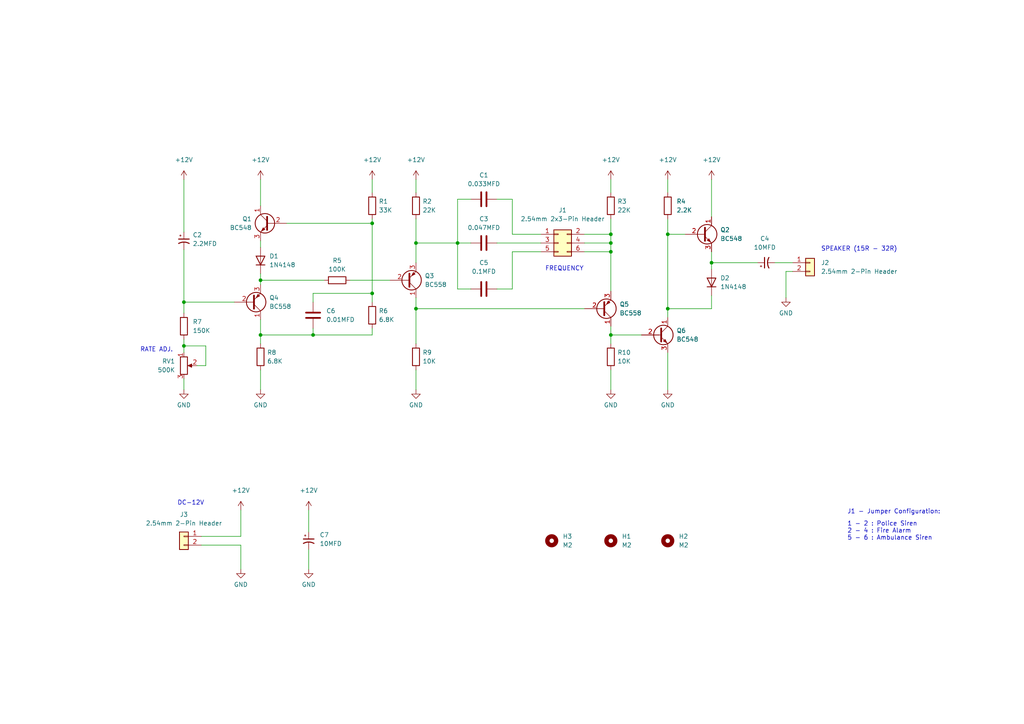
<source format=kicad_sch>
(kicad_sch (version 20231120) (generator "eeschema") (generator_version "8.0")
  (paper "A4")
  (title_block (title "Electronic Siren") (date "2025-03-18") (rev "1.0.0") (company "Dilshan R Jayakody") (comment 1 "https://github.com/dilshan/simple-electronic-siren"))
  (lib_symbols
    (symbol "Connector_Generic:Conn_01x02" (pin_names (offset 1.016) hide)
      (property "Reference" "J" (at 0 2.54 0))
      (property "Value" "Conn_01x02" (at 0 -5.08 0))
      (symbol "Conn_01x02_1_1"
        (rectangle (start -1.27 -2.413) (end 0 -2.667) (stroke (width 0.1524)))
        (rectangle (start -1.27 0.127) (end 0 -0.127) (stroke (width 0.1524)))
        (rectangle (start -1.27 1.27) (end 1.27 -3.81) (stroke (width 0.254)) (fill (type background)))
        (pin passive line (at -5.08 0 0) (length 3.81) (name "Pin_1") (number "1"))
        (pin passive line (at -5.08 -2.54 0) (length 3.81) (name "Pin_2") (number "2"))
      )
    )
    (symbol "Connector_Generic:Conn_02x03_Odd_Even" (pin_names (offset 1.016) hide)
      (property "Reference" "J" (at 1.27 5.08 0))
      (property "Value" "Conn_02x03_Odd_Even" (at 1.27 -5.08 0))
      (symbol "Conn_02x03_Odd_Even_1_1"
        (rectangle (start -1.27 -2.413) (end 0 -2.667) (stroke (width 0.1524)))
        (rectangle (start -1.27 0.127) (end 0 -0.127) (stroke (width 0.1524)))
        (rectangle (start -1.27 2.667) (end 0 2.413) (stroke (width 0.1524)))
        (rectangle (start -1.27 3.81) (end 3.81 -3.81) (stroke (width 0.254)) (fill (type background)))
        (rectangle (start 3.81 -2.413) (end 2.54 -2.667) (stroke (width 0.1524)))
        (rectangle (start 3.81 0.127) (end 2.54 -0.127) (stroke (width 0.1524)))
        (rectangle (start 3.81 2.667) (end 2.54 2.413) (stroke (width 0.1524)))
        (pin passive line (at -5.08 2.54 0) (length 3.81) (name "Pin_1") (number "1"))
        (pin passive line (at 7.62 2.54 180) (length 3.81) (name "Pin_2") (number "2"))
        (pin passive line (at -5.08 0 0) (length 3.81) (name "Pin_3") (number "3"))
        (pin passive line (at 7.62 0 180) (length 3.81) (name "Pin_4") (number "4"))
        (pin passive line (at -5.08 -2.54 0) (length 3.81) (name "Pin_5") (number "5"))
        (pin passive line (at 7.62 -2.54 180) (length 3.81) (name "Pin_6") (number "6"))
      )
    )
    (symbol "Device:C" (pin_numbers hide) (pin_names (offset 0.254))
      (property "Reference" "C" (at 0.635 2.54 0))
      (property "Value" "C" (at 0.635 -2.54 0))
      (symbol "C_0_1"
        (polyline (pts (xy -2.032 -0.762) (xy 2.032 -0.762)) (stroke (width 0.508)))
        (polyline (pts (xy -2.032 0.762) (xy 2.032 0.762)) (stroke (width 0.508)))
      )
      (symbol "C_1_1"
        (pin passive line (at 0 3.81 270) (length 2.794) (name "~") (number "1"))
        (pin passive line (at 0 -3.81 90) (length 2.794) (name "~") (number "2"))
      )
    )
    (symbol "Device:C_Polarized_Small_US" (pin_numbers hide) (pin_names (offset 0.254) hide)
      (property "Reference" "C" (at 0.254 1.778 0))
      (property "Value" "C_Polarized_Small_US" (at 0.254 -2.032 0))
      (symbol "C_Polarized_Small_US_0_1"
        (polyline (pts (xy -1.524 0.508) (xy 1.524 0.508)) (stroke (width 0.3048)))
        (polyline (pts (xy -1.27 1.524) (xy -0.762 1.524)))
        (polyline (pts (xy -1.016 1.27) (xy -1.016 1.778)))
        (arc (start 1.524 -0.762) (mid 0 -0.3734) (end -1.524 -0.762) (stroke (width 0.3048)))
      )
      (symbol "C_Polarized_Small_US_1_1"
        (pin passive line (at 0 2.54 270) (length 2.032) (name "~") (number "1"))
        (pin passive line (at 0 -2.54 90) (length 2.032) (name "~") (number "2"))
      )
    )
    (symbol "Device:R" (pin_numbers hide) (pin_names (offset 0))
      (property "Reference" "R" (at 2.032 0 90))
      (property "Value" "R" (at 0 0 90))
      (symbol "R_0_1"
        (rectangle (start -1.016 -2.54) (end 1.016 2.54) (stroke (width 0.254)))
      )
      (symbol "R_1_1"
        (pin passive line (at 0 3.81 270) (length 1.27) (name "~") (number "1"))
        (pin passive line (at 0 -3.81 90) (length 1.27) (name "~") (number "2"))
      )
    )
    (symbol "Device:R_Potentiometer" (pin_names (offset 1.016) hide)
      (property "Reference" "RV" (at -4.445 0 90))
      (property "Value" "R_Potentiometer" (at -2.54 0 90))
      (symbol "R_Potentiometer_0_1"
        (polyline (pts (xy 2.54 0) (xy 1.524 0)))
        (polyline (pts (xy 1.143 0) (xy 2.286 0.508) (xy 2.286 -0.508) (xy 1.143 0)) (fill (type outline)))
        (rectangle (start 1.016 2.54) (end -1.016 -2.54) (stroke (width 0.254)))
      )
      (symbol "R_Potentiometer_1_1"
        (pin passive line (at 0 3.81 270) (length 1.27) (name "1") (number "1"))
        (pin passive line (at 3.81 0 180) (length 1.27) (name "2") (number "2"))
        (pin passive line (at 0 -3.81 90) (length 1.27) (name "3") (number "3"))
      )
    )
    (symbol "Diode:1N4148" (pin_numbers hide) (pin_names hide)
      (property "Reference" "D" (at 0 2.54 0))
      (property "Value" "1N4148" (at 0 -2.54 0))
      (symbol "1N4148_0_1"
        (polyline (pts (xy -1.27 1.27) (xy -1.27 -1.27)) (stroke (width 0.254)))
        (polyline (pts (xy 1.27 0) (xy -1.27 0)))
        (polyline (pts (xy 1.27 1.27) (xy 1.27 -1.27) (xy -1.27 0) (xy 1.27 1.27)) (stroke (width 0.254)))
      )
      (symbol "1N4148_1_1"
        (pin passive line (at -3.81 0 0) (length 2.54) (name "K") (number "1"))
        (pin passive line (at 3.81 0 180) (length 2.54) (name "A") (number "2"))
      )
    )
    (symbol "Mechanical:MountingHole" (pin_names (offset 1.016))
      (property "Reference" "H" (at 0 5.08 0))
      (property "Value" "MountingHole" (at 0 3.175 0))
      (symbol "MountingHole_0_1"
        (circle (center 0 0) (radius 1.27) (stroke (width 1.27)))
      )
    )
    (symbol "Transistor_BJT:BC548" (pin_names (offset 0) hide)
      (property "Reference" "Q" (at 5.08 1.905 0))
      (property "Value" "BC548" (at 5.08 0 0))
      (symbol "BC548_0_1"
        (polyline (pts (xy 0 0) (xy 0.635 0)))
        (polyline (pts (xy 0.635 0.635) (xy 2.54 2.54)))
        (polyline (pts (xy 0.635 -0.635) (xy 2.54 -2.54) (xy 2.54 -2.54)))
        (polyline (pts (xy 0.635 1.905) (xy 0.635 -1.905) (xy 0.635 -1.905)) (stroke (width 0.508)))
        (polyline (pts (xy 1.27 -1.778) (xy 1.778 -1.27) (xy 2.286 -2.286) (xy 1.27 -1.778) (xy 1.27 -1.778)) (fill (type outline)))
        (circle (center 1.27 0) (radius 2.8194) (stroke (width 0.254)))
      )
      (symbol "BC548_1_1"
        (pin passive line (at 2.54 5.08 270) (length 2.54) (name "C") (number "1"))
        (pin input line (at -5.08 0 0) (length 5.08) (name "B") (number "2"))
        (pin passive line (at 2.54 -5.08 90) (length 2.54) (name "E") (number "3"))
      )
    )
    (symbol "Transistor_BJT:BC558" (pin_names (offset 0) hide)
      (property "Reference" "Q" (at 5.08 1.905 0))
      (property "Value" "BC558" (at 5.08 0 0))
      (symbol "BC558_0_1"
        (polyline (pts (xy 0.635 0.635) (xy 2.54 2.54)))
        (polyline (pts (xy 0.635 -0.635) (xy 2.54 -2.54) (xy 2.54 -2.54)))
        (polyline (pts (xy 0.635 1.905) (xy 0.635 -1.905) (xy 0.635 -1.905)) (stroke (width 0.508)))
        (polyline (pts (xy 2.286 -1.778) (xy 1.778 -2.286) (xy 1.27 -1.27) (xy 2.286 -1.778) (xy 2.286 -1.778)) (fill (type outline)))
        (circle (center 1.27 0) (radius 2.8194) (stroke (width 0.254)))
      )
      (symbol "BC558_1_1"
        (pin passive line (at 2.54 5.08 270) (length 2.54) (name "C") (number "1"))
        (pin input line (at -5.08 0 0) (length 5.715) (name "B") (number "2"))
        (pin passive line (at 2.54 -5.08 90) (length 2.54) (name "E") (number "3"))
      )
    )
    (symbol "power:+12V" (power) (pin_names (offset 0))
      (property "Value" "+12V" (at 0 3.556 0))
      (symbol "+12V_0_1"
        (polyline (pts (xy -0.762 1.27) (xy 0 2.54)))
        (polyline (pts (xy 0 0) (xy 0 2.54)))
        (polyline (pts (xy 0 2.54) (xy 0.762 1.27)))
      )
      (symbol "+12V_1_1"
        (pin power_in line (at 0 0 90) (length 0) hide (name "+12V") (number "1"))
      )
    )
    (symbol "power:GND" (power) (pin_names (offset 0))
      (property "Value" "GND" (at 0 -3.81 0))
      (symbol "GND_0_1"
        (polyline (pts (xy 0 0) (xy 0 -1.27) (xy 1.27 -1.27) (xy 0 -2.54) (xy -1.27 -1.27) (xy 0 -1.27)))
      )
      (symbol "GND_1_1"
        (pin power_in line (at 0 0 270) (length 0) hide (name "GND") (number "1"))
      )
    )
  )
  (junction (at 177.165 67.945))
  (junction (at 120.65 89.535))
  (junction (at 132.715 70.485))
  (junction (at 75.565 97.155))
  (junction (at 90.805 97.155))
  (junction (at 120.65 70.485))
  (junction (at 177.165 73.025))
  (junction (at 53.34 100.33))
  (junction (at 75.565 81.28))
  (junction (at 107.95 85.09))
  (junction (at 206.375 76.2))
  (junction (at 107.95 64.77))
  (junction (at 177.165 97.155))
  (junction (at 193.675 89.535))
  (junction (at 53.34 87.63))
  (junction (at 193.675 67.945))
  (junction (at 177.165 70.485))
  (wire (pts (xy 53.34 98.425) (xy 53.34 100.33)))
  (wire (pts (xy 193.675 102.235) (xy 193.675 113.03)))
  (wire (pts (xy 75.565 52.07) (xy 75.565 59.69)))
  (wire (pts (xy 89.535 159.385) (xy 89.535 165.1)))
  (wire (pts (xy 206.375 52.07) (xy 206.375 62.865)))
  (wire (pts (xy 75.565 79.375) (xy 75.565 81.28)))
  (wire (pts (xy 75.565 97.155) (xy 75.565 99.695)))
  (wire (pts (xy 59.69 106.045) (xy 57.15 106.045)))
  (wire (pts (xy 193.675 67.945) (xy 193.675 89.535)))
  (wire (pts (xy 107.95 52.07) (xy 107.95 55.88)))
  (wire (pts (xy 53.34 72.39) (xy 53.34 87.63)))
  (wire (pts (xy 227.965 78.74) (xy 229.87 78.74)))
  (wire (pts (xy 53.34 87.63) (xy 67.945 87.63)))
  (wire (pts (xy 90.805 97.155) (xy 107.95 97.155)))
  (wire (pts (xy 148.59 57.785) (xy 144.145 57.785)))
  (wire (pts (xy 53.34 109.855) (xy 53.34 113.03)))
  (wire (pts (xy 169.545 67.945) (xy 177.165 67.945)))
  (wire (pts (xy 224.79 76.2) (xy 229.87 76.2)))
  (wire (pts (xy 148.59 73.025) (xy 148.59 83.82)))
  (wire (pts (xy 156.845 73.025) (xy 148.59 73.025)))
  (wire (pts (xy 148.59 83.82) (xy 144.145 83.82)))
  (wire (pts (xy 75.565 69.85) (xy 75.565 71.755)))
  (wire (pts (xy 177.165 97.155) (xy 186.055 97.155)))
  (wire (pts (xy 193.675 52.07) (xy 193.675 55.88)))
  (wire (pts (xy 177.165 52.07) (xy 177.165 55.88)))
  (wire (pts (xy 90.805 85.09) (xy 107.95 85.09)))
  (wire (pts (xy 177.165 70.485) (xy 177.165 73.025)))
  (wire (pts (xy 193.675 63.5) (xy 193.675 67.945)))
  (wire (pts (xy 144.145 70.485) (xy 156.845 70.485)))
  (wire (pts (xy 177.165 94.615) (xy 177.165 97.155)))
  (wire (pts (xy 206.375 76.2) (xy 206.375 78.105)))
  (wire (pts (xy 107.95 85.09) (xy 107.95 87.63)))
  (wire (pts (xy 206.375 73.025) (xy 206.375 76.2)))
  (wire (pts (xy 120.65 70.485) (xy 120.65 76.2)))
  (wire (pts (xy 75.565 92.71) (xy 75.565 97.155)))
  (wire (pts (xy 89.535 147.955) (xy 89.535 154.305)))
  (wire (pts (xy 53.34 100.33) (xy 59.69 100.33)))
  (wire (pts (xy 177.165 73.025) (xy 177.165 84.455)))
  (wire (pts (xy 107.95 95.25) (xy 107.95 97.155)))
  (wire (pts (xy 69.85 158.115) (xy 69.85 165.1)))
  (wire (pts (xy 58.42 158.115) (xy 69.85 158.115)))
  (wire (pts (xy 83.185 64.77) (xy 107.95 64.77)))
  (wire (pts (xy 75.565 97.155) (xy 90.805 97.155)))
  (wire (pts (xy 69.85 155.575) (xy 69.85 147.955)))
  (wire (pts (xy 120.65 63.5) (xy 120.65 70.485)))
  (wire (pts (xy 136.525 83.82) (xy 132.715 83.82)))
  (wire (pts (xy 120.65 89.535) (xy 169.545 89.535)))
  (wire (pts (xy 120.65 70.485) (xy 132.715 70.485)))
  (wire (pts (xy 206.375 76.2) (xy 219.71 76.2)))
  (wire (pts (xy 107.95 64.77) (xy 107.95 85.09)))
  (wire (pts (xy 169.545 73.025) (xy 177.165 73.025)))
  (wire (pts (xy 193.675 67.945) (xy 198.755 67.945)))
  (wire (pts (xy 132.715 57.785) (xy 136.525 57.785)))
  (wire (pts (xy 101.6 81.28) (xy 113.03 81.28)))
  (wire (pts (xy 227.965 86.36) (xy 227.965 78.74)))
  (wire (pts (xy 132.715 57.785) (xy 132.715 70.485)))
  (wire (pts (xy 156.845 67.945) (xy 148.59 67.945)))
  (wire (pts (xy 53.34 52.07) (xy 53.34 67.31)))
  (wire (pts (xy 132.715 70.485) (xy 136.525 70.485)))
  (wire (pts (xy 59.69 100.33) (xy 59.69 106.045)))
  (wire (pts (xy 58.42 155.575) (xy 69.85 155.575)))
  (wire (pts (xy 177.165 97.155) (xy 177.165 99.695)))
  (wire (pts (xy 206.375 89.535) (xy 193.675 89.535)))
  (wire (pts (xy 177.165 67.945) (xy 177.165 70.485)))
  (wire (pts (xy 53.34 100.33) (xy 53.34 102.235)))
  (wire (pts (xy 120.65 89.535) (xy 120.65 99.695)))
  (wire (pts (xy 206.375 85.725) (xy 206.375 89.535)))
  (wire (pts (xy 75.565 81.28) (xy 75.565 82.55)))
  (wire (pts (xy 75.565 81.28) (xy 93.98 81.28)))
  (wire (pts (xy 177.165 63.5) (xy 177.165 67.945)))
  (wire (pts (xy 53.34 87.63) (xy 53.34 90.805)))
  (wire (pts (xy 107.95 63.5) (xy 107.95 64.77)))
  (wire (pts (xy 169.545 70.485) (xy 177.165 70.485)))
  (wire (pts (xy 148.59 67.945) (xy 148.59 57.785)))
  (wire (pts (xy 177.165 107.315) (xy 177.165 113.03)))
  (wire (pts (xy 90.805 87.63) (xy 90.805 85.09)))
  (wire (pts (xy 90.805 95.25) (xy 90.805 97.155)))
  (wire (pts (xy 120.65 52.07) (xy 120.65 55.88)))
  (wire (pts (xy 120.65 86.36) (xy 120.65 89.535)))
  (wire (pts (xy 132.715 83.82) (xy 132.715 70.485)))
  (wire (pts (xy 75.565 107.315) (xy 75.565 113.03)))
  (wire (pts (xy 193.675 89.535) (xy 193.675 92.075)))
  (wire (pts (xy 120.65 107.315) (xy 120.65 113.03)))
  (text "DC-12V" (at 51.435 146.685 0) (effects (font (size 1.27 1.27)) (justify left bottom)))
  (text "RATE ADJ." (at 40.64 102.235 0) (effects (font (size 1.27 1.27)) (justify left bottom)))
  (text "FREQUENCY" (at 158.115 78.74 0) (effects (font (size 1.27 1.27)) (justify left bottom)))
  (text "SPEAKER (15R - 32R)" (at 238.125 73.025 0) (effects (font (size 1.27 1.27)) (justify left bottom)))
  (text "1 - 2 : Police Siren\n2 - 4 : Fire Alarm\n5 - 6 : Ambulance Siren" (at 245.745 156.845 0) (effects (font (size 1.27 1.27)) (justify left bottom)))
  (text "J1 - Jumper Configuration:" (at 245.745 149.225 0) (effects (font (size 1.27 1.27)) (justify left bottom)))
  (symbol (lib_id "Device:R") (at 107.95 91.44 0) (unit 1)
    (property "Reference" "R6" (at 109.855 90.1699 0) (effects (justify left)))
    (property "Value" "6.8K" (at 109.855 92.7099 0) (effects (justify left)))
    (property "Footprint" "Resistor_THT:R_Axial_DIN0207_L6.3mm_D2.5mm_P10.16mm_Horizontal" (effects (hide yes)))
  )
  (symbol (lib_id "power:+12V") (at 206.375 52.07 0) (unit 1)
    (property "Reference" "#PWR0110" (effects (hide yes)))
    (property "Value" "+12V" (at 206.375 46.355 0))
  )
  (symbol (lib_id "Connector_Generic:Conn_01x02") (at 234.95 76.2 0) (unit 1)
    (property "Reference" "J2" (at 238.125 76.1999 0) (effects (justify left)))
    (property "Value" "2.54mm 2-Pin Header" (at 238.125 78.7399 0) (effects (justify left)))
    (property "Footprint" "Connector_PinHeader_2.54mm:PinHeader_1x02_P2.54mm_Vertical" (effects (hide yes)))
  )
  (symbol (lib_id "power:+12V") (at 69.85 147.955 0) (unit 1)
    (property "Reference" "#PWR0106" (effects (hide yes)))
    (property "Value" "+12V" (at 69.85 142.24 0))
  )
  (symbol (lib_id "Transistor_BJT:BC548") (at 191.135 97.155 0) (unit 1)
    (property "Reference" "Q6" (at 196.215 95.8849 0) (effects (justify left)))
    (property "Value" "BC548" (at 196.215 98.4249 0) (effects (justify left)))
    (property "Footprint" "Package_TO_SOT_THT:TO-92_Inline" (effects (hide yes)))
    (property "Datasheet" "https://www.onsemi.com/pub/Collateral/BC550-D.pdf" (effects (hide yes)))
  )
  (symbol (lib_id "Mechanical:MountingHole") (at 177.165 156.845 0) (unit 1)
    (property "Reference" "H1" (at 180.34 155.5749 0) (effects (justify left)))
    (property "Value" "M2" (at 180.34 158.1149 0) (effects (justify left)))
    (property "Footprint" "MountingHole:MountingHole_2.2mm_M2" (effects (hide yes)))
  )
  (symbol (lib_id "Device:R_Potentiometer") (at 53.34 106.045 0) (unit 1)
    (property "Reference" "RV1" (at 50.8 104.7749 0) (effects (justify right)))
    (property "Value" "500K" (at 50.8 107.3149 0) (effects (justify right)))
    (property "Footprint" "Potentiometer_THT:Potentiometer_Runtron_RM-065_Vertical" (effects (hide yes)))
  )
  (symbol (lib_id "Device:C_Polarized_Small_US") (at 222.25 76.2 90) (unit 1)
    (property "Reference" "C4" (at 221.8182 69.215 90))
    (property "Value" "10MFD" (at 221.8182 71.755 90))
    (property "Footprint" "Capacitor_THT:CP_Radial_D5.0mm_P2.00mm" (effects (hide yes)))
  )
  (symbol (lib_id "power:GND") (at 193.675 113.03 0) (unit 1)
    (property "Reference" "#PWR0112" (effects (hide yes)))
    (property "Value" "GND" (at 193.675 117.475 0))
  )
  (symbol (lib_id "Device:C") (at 140.335 83.82 90) (unit 1)
    (property "Reference" "C5" (at 140.335 76.2 90))
    (property "Value" "0.1MFD" (at 140.335 78.74 90))
    (property "Footprint" "Capacitor_THT:C_Rect_L9.0mm_W4.2mm_P7.50mm_MKT" (effects (hide yes)))
  )
  (symbol (lib_id "Transistor_BJT:BC558") (at 174.625 89.535 0) (mirror x) (unit 1)
    (property "Reference" "Q5" (at 179.705 88.2649 0) (effects (justify left)))
    (property "Value" "BC558" (at 179.705 90.8049 0) (effects (justify left)))
    (property "Footprint" "Package_TO_SOT_THT:TO-92_Inline" (effects (hide yes)))
    (property "Datasheet" "https://www.onsemi.com/pub/Collateral/BC556BTA-D.pdf" (effects (hide yes)))
  )
  (symbol (lib_id "power:GND") (at 177.165 113.03 0) (unit 1)
    (property "Reference" "#PWR0111" (effects (hide yes)))
    (property "Value" "GND" (at 177.165 117.475 0))
  )
  (symbol (lib_id "power:+12V") (at 120.65 52.07 0) (unit 1)
    (property "Reference" "#PWR0116" (effects (hide yes)))
    (property "Value" "+12V" (at 120.65 46.355 0))
  )
  (symbol (lib_id "Transistor_BJT:BC548") (at 203.835 67.945 0) (unit 1)
    (property "Reference" "Q2" (at 208.915 66.6749 0) (effects (justify left)))
    (property "Value" "BC548" (at 208.915 69.2149 0) (effects (justify left)))
    (property "Footprint" "Package_TO_SOT_THT:TO-92_Inline" (effects (hide yes)))
    (property "Datasheet" "https://www.onsemi.com/pub/Collateral/BC550-D.pdf" (effects (hide yes)))
  )
  (symbol (lib_id "Device:C") (at 90.805 91.44 0) (unit 1)
    (property "Reference" "C6" (at 94.615 90.1699 0) (effects (justify left)))
    (property "Value" "0.01MFD" (at 94.615 92.7099 0) (effects (justify left)))
    (property "Footprint" "Capacitor_THT:C_Disc_D5.0mm_W2.5mm_P2.50mm" (effects (hide yes)))
  )
  (symbol (lib_id "power:+12V") (at 89.535 147.955 0) (unit 1)
    (property "Reference" "#PWR0107" (effects (hide yes)))
    (property "Value" "+12V" (at 89.535 142.24 0))
  )
  (symbol (lib_id "Transistor_BJT:BC548") (at 78.105 64.77 0) (mirror y) (unit 1)
    (property "Reference" "Q1" (at 73.025 63.4999 0) (effects (justify left)))
    (property "Value" "BC548" (at 73.025 66.0399 0) (effects (justify left)))
    (property "Footprint" "Package_TO_SOT_THT:TO-92_Inline" (effects (hide yes)))
    (property "Datasheet" "https://www.onsemi.com/pub/Collateral/BC550-D.pdf" (effects (hide yes)))
  )
  (symbol (lib_id "Device:R") (at 53.34 94.615 0) (unit 1)
    (property "Reference" "R7" (at 55.88 93.3449 0) (effects (justify left)))
    (property "Value" "150K" (at 55.88 95.8849 0) (effects (justify left)))
    (property "Footprint" "Resistor_THT:R_Axial_DIN0207_L6.3mm_D2.5mm_P10.16mm_Horizontal" (effects (hide yes)))
  )
  (symbol (lib_id "Connector_Generic:Conn_02x03_Odd_Even") (at 161.925 70.485 0) (unit 1)
    (property "Reference" "J1" (at 163.195 60.96 0))
    (property "Value" "2.54mm 2x3-Pin Header" (at 163.195 63.5 0))
    (property "Footprint" "Connector_PinHeader_2.54mm:PinHeader_2x03_P2.54mm_Vertical" (effects (hide yes)))
  )
  (symbol (lib_id "Device:R") (at 75.565 103.505 0) (unit 1)
    (property "Reference" "R8" (at 77.47 102.2349 0) (effects (justify left)))
    (property "Value" "6.8K" (at 77.47 104.7749 0) (effects (justify left)))
    (property "Footprint" "Resistor_THT:R_Axial_DIN0207_L6.3mm_D2.5mm_P10.16mm_Horizontal" (effects (hide yes)))
  )
  (symbol (lib_id "Device:R") (at 193.675 59.69 0) (unit 1)
    (property "Reference" "R4" (at 196.215 58.4199 0) (effects (justify left)))
    (property "Value" "2.2K" (at 196.215 60.9599 0) (effects (justify left)))
    (property "Footprint" "Resistor_THT:R_Axial_DIN0207_L6.3mm_D2.5mm_P10.16mm_Horizontal" (effects (hide yes)))
  )
  (symbol (lib_id "power:GND") (at 69.85 165.1 0) (unit 1)
    (property "Reference" "#PWR0105" (effects (hide yes)))
    (property "Value" "GND" (at 69.85 169.545 0))
  )
  (symbol (lib_id "Device:C_Polarized_Small_US") (at 89.535 156.845 0) (unit 1)
    (property "Reference" "C7" (at 92.71 155.1431 0) (effects (justify left)))
    (property "Value" "10MFD" (at 92.71 157.6831 0) (effects (justify left)))
    (property "Footprint" "Capacitor_THT:CP_Radial_D5.0mm_P2.00mm" (effects (hide yes)))
  )
  (symbol (lib_id "power:+12V") (at 75.565 52.07 0) (unit 1)
    (property "Reference" "#PWR0101" (effects (hide yes)))
    (property "Value" "+12V" (at 75.565 46.355 0))
  )
  (symbol (lib_id "Device:C") (at 140.335 70.485 90) (unit 1)
    (property "Reference" "C3" (at 140.335 63.5 90))
    (property "Value" "0.047MFD" (at 140.335 66.04 90))
    (property "Footprint" "Capacitor_THT:C_Rect_L9.0mm_W3.6mm_P7.50mm_MKT" (effects (hide yes)))
  )
  (symbol (lib_id "power:+12V") (at 53.34 52.07 0) (unit 1)
    (property "Reference" "#PWR0102" (effects (hide yes)))
    (property "Value" "+12V" (at 53.34 46.355 0))
  )
  (symbol (lib_id "Transistor_BJT:BC558") (at 73.025 87.63 0) (mirror x) (unit 1)
    (property "Reference" "Q4" (at 78.105 86.3599 0) (effects (justify left)))
    (property "Value" "BC558" (at 78.105 88.8999 0) (effects (justify left)))
    (property "Footprint" "Package_TO_SOT_THT:TO-92_Inline" (effects (hide yes)))
    (property "Datasheet" "https://www.onsemi.com/pub/Collateral/BC556BTA-D.pdf" (effects (hide yes)))
  )
  (symbol (lib_id "power:+12V") (at 107.95 52.07 0) (unit 1)
    (property "Reference" "#PWR0115" (effects (hide yes)))
    (property "Value" "+12V" (at 107.95 46.355 0))
  )
  (symbol (lib_id "Connector_Generic:Conn_01x02") (at 53.34 155.575 0) (mirror y) (unit 1)
    (property "Reference" "J3" (at 53.34 149.225 0))
    (property "Value" "2.54mm 2-Pin Header" (at 53.34 151.765 0))
    (property "Footprint" "Connector_PinHeader_2.54mm:PinHeader_1x02_P2.54mm_Vertical" (effects (hide yes)))
  )
  (symbol (lib_id "Diode:1N4148") (at 206.375 81.915 90) (unit 1)
    (property "Reference" "D2" (at 208.915 80.6449 90) (effects (justify right)))
    (property "Value" "1N4148" (at 208.915 83.1849 90) (effects (justify right)))
    (property "Footprint" "Diode_THT:D_DO-35_SOD27_P7.62mm_Horizontal" (effects (hide yes)))
    (property "Datasheet" "https://assets.nexperia.com/documents/data-sheet/1N4148_1N4448.pdf" (effects (hide yes)))
  )
  (symbol (lib_id "power:GND") (at 89.535 165.1 0) (unit 1)
    (property "Reference" "#PWR0108" (effects (hide yes)))
    (property "Value" "GND" (at 89.535 169.545 0))
  )
  (symbol (lib_id "Device:R") (at 120.65 59.69 0) (unit 1)
    (property "Reference" "R2" (at 122.555 58.4199 0) (effects (justify left)))
    (property "Value" "22K" (at 122.555 60.9599 0) (effects (justify left)))
    (property "Footprint" "Resistor_THT:R_Axial_DIN0207_L6.3mm_D2.5mm_P10.16mm_Horizontal" (effects (hide yes)))
  )
  (symbol (lib_id "Device:C_Polarized_Small_US") (at 53.34 69.85 0) (unit 1)
    (property "Reference" "C2" (at 55.88 68.1481 0) (effects (justify left)))
    (property "Value" "2.2MFD" (at 55.88 70.6881 0) (effects (justify left)))
    (property "Footprint" "Capacitor_THT:CP_Radial_D5.0mm_P2.00mm" (effects (hide yes)))
  )
  (symbol (lib_id "Diode:1N4148") (at 75.565 75.565 90) (unit 1)
    (property "Reference" "D1" (at 78.105 74.2949 90) (effects (justify right)))
    (property "Value" "1N4148" (at 78.105 76.8349 90) (effects (justify right)))
    (property "Footprint" "Diode_THT:D_DO-35_SOD27_P7.62mm_Horizontal" (effects (hide yes)))
    (property "Datasheet" "https://assets.nexperia.com/documents/data-sheet/1N4148_1N4448.pdf" (effects (hide yes)))
  )
  (symbol (lib_id "power:GND") (at 53.34 113.03 0) (unit 1)
    (property "Reference" "#PWR0104" (effects (hide yes)))
    (property "Value" "GND" (at 53.34 117.475 0))
  )
  (symbol (lib_id "power:+12V") (at 193.675 52.07 0) (unit 1)
    (property "Reference" "#PWR0109" (effects (hide yes)))
    (property "Value" "+12V" (at 193.675 46.355 0))
  )
  (symbol (lib_id "Transistor_BJT:BC558") (at 118.11 81.28 0) (mirror x) (unit 1)
    (property "Reference" "Q3" (at 123.19 80.0099 0) (effects (justify left)))
    (property "Value" "BC558" (at 123.19 82.5499 0) (effects (justify left)))
    (property "Footprint" "Package_TO_SOT_THT:TO-92_Inline" (effects (hide yes)))
    (property "Datasheet" "https://www.onsemi.com/pub/Collateral/BC556BTA-D.pdf" (effects (hide yes)))
  )
  (symbol (lib_id "Device:R") (at 107.95 59.69 0) (unit 1)
    (property "Reference" "R1" (at 109.855 58.4199 0) (effects (justify left)))
    (property "Value" "33K" (at 109.855 60.9599 0) (effects (justify left)))
    (property "Footprint" "Resistor_THT:R_Axial_DIN0207_L6.3mm_D2.5mm_P10.16mm_Horizontal" (effects (hide yes)))
  )
  (symbol (lib_id "Device:R") (at 120.65 103.505 0) (unit 1)
    (property "Reference" "R9" (at 122.555 102.2349 0) (effects (justify left)))
    (property "Value" "10K" (at 122.555 104.7749 0) (effects (justify left)))
    (property "Footprint" "Resistor_THT:R_Axial_DIN0207_L6.3mm_D2.5mm_P10.16mm_Horizontal" (effects (hide yes)))
  )
  (symbol (lib_id "power:GND") (at 227.965 86.36 0) (unit 1)
    (property "Reference" "#PWR0113" (effects (hide yes)))
    (property "Value" "GND" (at 227.965 90.805 0))
  )
  (symbol (lib_id "power:+12V") (at 177.165 52.07 0) (unit 1)
    (property "Reference" "#PWR0117" (effects (hide yes)))
    (property "Value" "+12V" (at 177.165 46.355 0))
  )
  (symbol (lib_id "power:GND") (at 75.565 113.03 0) (unit 1)
    (property "Reference" "#PWR0103" (effects (hide yes)))
    (property "Value" "GND" (at 75.565 117.475 0))
  )
  (symbol (lib_id "Device:C") (at 140.335 57.785 90) (unit 1)
    (property "Reference" "C1" (at 140.335 50.8 90))
    (property "Value" "0.033MFD" (at 140.335 53.34 90))
    (property "Footprint" "Capacitor_THT:C_Rect_L7.0mm_W3.5mm_P5.00mm" (effects (hide yes)))
  )
  (symbol (lib_id "Mechanical:MountingHole") (at 193.675 156.845 0) (unit 1)
    (property "Reference" "H2" (at 196.85 155.5749 0) (effects (justify left)))
    (property "Value" "M2" (at 196.85 158.1149 0) (effects (justify left)))
    (property "Footprint" "MountingHole:MountingHole_2.2mm_M2" (effects (hide yes)))
  )
  (symbol (lib_id "Device:R") (at 177.165 103.505 0) (unit 1)
    (property "Reference" "R10" (at 179.07 102.2349 0) (effects (justify left)))
    (property "Value" "10K" (at 179.07 104.7749 0) (effects (justify left)))
    (property "Footprint" "Resistor_THT:R_Axial_DIN0207_L6.3mm_D2.5mm_P10.16mm_Horizontal" (effects (hide yes)))
  )
  (symbol (lib_id "Mechanical:MountingHole") (at 160.02 156.845 0) (unit 1)
    (property "Reference" "H3" (at 163.195 155.5749 0) (effects (justify left)))
    (property "Value" "M2" (at 163.195 158.1149 0) (effects (justify left)))
    (property "Footprint" "MountingHole:MountingHole_2.2mm_M2" (effects (hide yes)))
  )
  (symbol (lib_id "Device:R") (at 177.165 59.69 0) (unit 1)
    (property "Reference" "R3" (at 179.07 58.4199 0) (effects (justify left)))
    (property "Value" "22K" (at 179.07 60.9599 0) (effects (justify left)))
    (property "Footprint" "Resistor_THT:R_Axial_DIN0207_L6.3mm_D2.5mm_P10.16mm_Horizontal" (effects (hide yes)))
  )
  (symbol (lib_id "power:GND") (at 120.65 113.03 0) (unit 1)
    (property "Reference" "#PWR0114" (effects (hide yes)))
    (property "Value" "GND" (at 120.65 117.475 0))
  )
  (symbol (lib_id "Device:R") (at 97.79 81.28 90) (unit 1)
    (property "Reference" "R5" (at 97.79 75.565 90))
    (property "Value" "100K" (at 97.79 78.105 90))
    (property "Footprint" "Resistor_THT:R_Axial_DIN0207_L6.3mm_D2.5mm_P10.16mm_Horizontal" (effects (hide yes)))
  )
)
</source>
